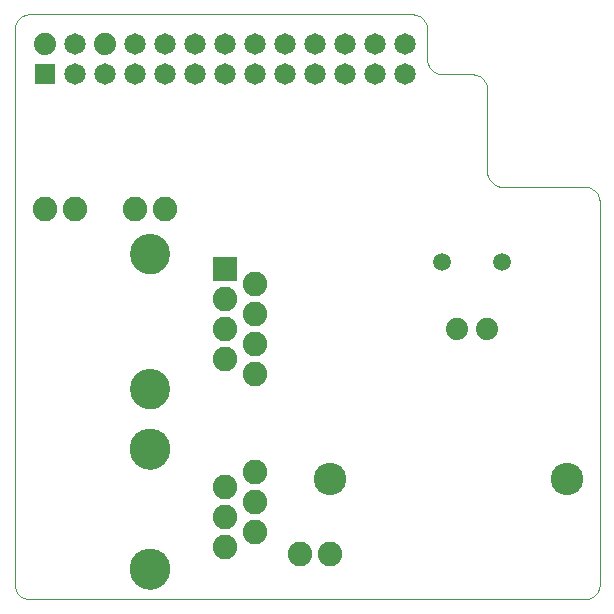
<source format=gts>
G75*
G70*
%OFA0B0*%
%FSLAX24Y24*%
%IPPOS*%
%LPD*%
%AMOC8*
5,1,8,0,0,1.08239X$1,22.5*
%
%ADD10C,0.0000*%
%ADD11R,0.0714X0.0714*%
%ADD12C,0.0740*%
%ADD13C,0.0714*%
%ADD14C,0.1080*%
%ADD15C,0.0820*%
%ADD16R,0.0820X0.0820*%
%ADD17C,0.1340*%
%ADD18C,0.1360*%
%ADD19C,0.0596*%
D10*
X002680Y002680D02*
X021180Y002680D01*
X021224Y002682D01*
X021267Y002688D01*
X021309Y002697D01*
X021351Y002710D01*
X021391Y002727D01*
X021430Y002747D01*
X021467Y002770D01*
X021501Y002797D01*
X021534Y002826D01*
X021563Y002859D01*
X021590Y002893D01*
X021613Y002930D01*
X021633Y002969D01*
X021650Y003009D01*
X021663Y003051D01*
X021672Y003093D01*
X021678Y003136D01*
X021680Y003180D01*
X021680Y015930D01*
X021678Y015974D01*
X021672Y016017D01*
X021663Y016059D01*
X021650Y016101D01*
X021633Y016141D01*
X021613Y016180D01*
X021590Y016217D01*
X021563Y016251D01*
X021534Y016284D01*
X021501Y016313D01*
X021467Y016340D01*
X021430Y016363D01*
X021391Y016383D01*
X021351Y016400D01*
X021309Y016413D01*
X021267Y016422D01*
X021224Y016428D01*
X021180Y016430D01*
X018430Y016430D01*
X018386Y016432D01*
X018343Y016438D01*
X018301Y016447D01*
X018259Y016460D01*
X018219Y016477D01*
X018180Y016497D01*
X018143Y016520D01*
X018109Y016547D01*
X018076Y016576D01*
X018047Y016609D01*
X018020Y016643D01*
X017997Y016680D01*
X017977Y016719D01*
X017960Y016759D01*
X017947Y016801D01*
X017938Y016843D01*
X017932Y016886D01*
X017930Y016930D01*
X017930Y019680D01*
X017928Y019724D01*
X017922Y019767D01*
X017913Y019809D01*
X017900Y019851D01*
X017883Y019891D01*
X017863Y019930D01*
X017840Y019967D01*
X017813Y020001D01*
X017784Y020034D01*
X017751Y020063D01*
X017717Y020090D01*
X017680Y020113D01*
X017641Y020133D01*
X017601Y020150D01*
X017559Y020163D01*
X017517Y020172D01*
X017474Y020178D01*
X017430Y020180D01*
X016430Y020180D01*
X016386Y020182D01*
X016343Y020188D01*
X016301Y020197D01*
X016259Y020210D01*
X016219Y020227D01*
X016180Y020247D01*
X016143Y020270D01*
X016109Y020297D01*
X016076Y020326D01*
X016047Y020359D01*
X016020Y020393D01*
X015997Y020430D01*
X015977Y020469D01*
X015960Y020509D01*
X015947Y020551D01*
X015938Y020593D01*
X015932Y020636D01*
X015930Y020680D01*
X015930Y021680D01*
X015928Y021724D01*
X015922Y021767D01*
X015913Y021809D01*
X015900Y021851D01*
X015883Y021891D01*
X015863Y021930D01*
X015840Y021967D01*
X015813Y022001D01*
X015784Y022034D01*
X015751Y022063D01*
X015717Y022090D01*
X015680Y022113D01*
X015641Y022133D01*
X015601Y022150D01*
X015559Y022163D01*
X015517Y022172D01*
X015474Y022178D01*
X015430Y022180D01*
X002680Y022180D01*
X002636Y022178D01*
X002593Y022172D01*
X002551Y022163D01*
X002509Y022150D01*
X002469Y022133D01*
X002430Y022113D01*
X002393Y022090D01*
X002359Y022063D01*
X002326Y022034D01*
X002297Y022001D01*
X002270Y021967D01*
X002247Y021930D01*
X002227Y021891D01*
X002210Y021851D01*
X002197Y021809D01*
X002188Y021767D01*
X002182Y021724D01*
X002180Y021680D01*
X002180Y003180D01*
X002182Y003136D01*
X002188Y003093D01*
X002197Y003051D01*
X002210Y003009D01*
X002227Y002969D01*
X002247Y002930D01*
X002270Y002893D01*
X002297Y002859D01*
X002326Y002826D01*
X002359Y002797D01*
X002393Y002770D01*
X002430Y002747D01*
X002469Y002727D01*
X002509Y002710D01*
X002551Y002697D01*
X002593Y002688D01*
X002636Y002682D01*
X002680Y002680D01*
X006040Y003680D02*
X006042Y003730D01*
X006048Y003780D01*
X006058Y003829D01*
X006071Y003878D01*
X006089Y003925D01*
X006110Y003971D01*
X006134Y004014D01*
X006162Y004056D01*
X006193Y004096D01*
X006227Y004133D01*
X006264Y004167D01*
X006304Y004198D01*
X006346Y004226D01*
X006389Y004250D01*
X006435Y004271D01*
X006482Y004289D01*
X006531Y004302D01*
X006580Y004312D01*
X006630Y004318D01*
X006680Y004320D01*
X006730Y004318D01*
X006780Y004312D01*
X006829Y004302D01*
X006878Y004289D01*
X006925Y004271D01*
X006971Y004250D01*
X007014Y004226D01*
X007056Y004198D01*
X007096Y004167D01*
X007133Y004133D01*
X007167Y004096D01*
X007198Y004056D01*
X007226Y004014D01*
X007250Y003971D01*
X007271Y003925D01*
X007289Y003878D01*
X007302Y003829D01*
X007312Y003780D01*
X007318Y003730D01*
X007320Y003680D01*
X007318Y003630D01*
X007312Y003580D01*
X007302Y003531D01*
X007289Y003482D01*
X007271Y003435D01*
X007250Y003389D01*
X007226Y003346D01*
X007198Y003304D01*
X007167Y003264D01*
X007133Y003227D01*
X007096Y003193D01*
X007056Y003162D01*
X007014Y003134D01*
X006971Y003110D01*
X006925Y003089D01*
X006878Y003071D01*
X006829Y003058D01*
X006780Y003048D01*
X006730Y003042D01*
X006680Y003040D01*
X006630Y003042D01*
X006580Y003048D01*
X006531Y003058D01*
X006482Y003071D01*
X006435Y003089D01*
X006389Y003110D01*
X006346Y003134D01*
X006304Y003162D01*
X006264Y003193D01*
X006227Y003227D01*
X006193Y003264D01*
X006162Y003304D01*
X006134Y003346D01*
X006110Y003389D01*
X006089Y003435D01*
X006071Y003482D01*
X006058Y003531D01*
X006048Y003580D01*
X006042Y003630D01*
X006040Y003680D01*
X006040Y007680D02*
X006042Y007730D01*
X006048Y007780D01*
X006058Y007829D01*
X006071Y007878D01*
X006089Y007925D01*
X006110Y007971D01*
X006134Y008014D01*
X006162Y008056D01*
X006193Y008096D01*
X006227Y008133D01*
X006264Y008167D01*
X006304Y008198D01*
X006346Y008226D01*
X006389Y008250D01*
X006435Y008271D01*
X006482Y008289D01*
X006531Y008302D01*
X006580Y008312D01*
X006630Y008318D01*
X006680Y008320D01*
X006730Y008318D01*
X006780Y008312D01*
X006829Y008302D01*
X006878Y008289D01*
X006925Y008271D01*
X006971Y008250D01*
X007014Y008226D01*
X007056Y008198D01*
X007096Y008167D01*
X007133Y008133D01*
X007167Y008096D01*
X007198Y008056D01*
X007226Y008014D01*
X007250Y007971D01*
X007271Y007925D01*
X007289Y007878D01*
X007302Y007829D01*
X007312Y007780D01*
X007318Y007730D01*
X007320Y007680D01*
X007318Y007630D01*
X007312Y007580D01*
X007302Y007531D01*
X007289Y007482D01*
X007271Y007435D01*
X007250Y007389D01*
X007226Y007346D01*
X007198Y007304D01*
X007167Y007264D01*
X007133Y007227D01*
X007096Y007193D01*
X007056Y007162D01*
X007014Y007134D01*
X006971Y007110D01*
X006925Y007089D01*
X006878Y007071D01*
X006829Y007058D01*
X006780Y007048D01*
X006730Y007042D01*
X006680Y007040D01*
X006630Y007042D01*
X006580Y007048D01*
X006531Y007058D01*
X006482Y007071D01*
X006435Y007089D01*
X006389Y007110D01*
X006346Y007134D01*
X006304Y007162D01*
X006264Y007193D01*
X006227Y007227D01*
X006193Y007264D01*
X006162Y007304D01*
X006134Y007346D01*
X006110Y007389D01*
X006089Y007435D01*
X006071Y007482D01*
X006058Y007531D01*
X006048Y007580D01*
X006042Y007630D01*
X006040Y007680D01*
X006050Y009680D02*
X006052Y009730D01*
X006058Y009780D01*
X006068Y009829D01*
X006082Y009877D01*
X006099Y009924D01*
X006120Y009969D01*
X006145Y010013D01*
X006173Y010054D01*
X006205Y010093D01*
X006239Y010130D01*
X006276Y010164D01*
X006316Y010194D01*
X006358Y010221D01*
X006402Y010245D01*
X006448Y010266D01*
X006495Y010282D01*
X006543Y010295D01*
X006593Y010304D01*
X006642Y010309D01*
X006693Y010310D01*
X006743Y010307D01*
X006792Y010300D01*
X006841Y010289D01*
X006889Y010274D01*
X006935Y010256D01*
X006980Y010234D01*
X007023Y010208D01*
X007064Y010179D01*
X007103Y010147D01*
X007139Y010112D01*
X007171Y010074D01*
X007201Y010034D01*
X007228Y009991D01*
X007251Y009947D01*
X007270Y009901D01*
X007286Y009853D01*
X007298Y009804D01*
X007306Y009755D01*
X007310Y009705D01*
X007310Y009655D01*
X007306Y009605D01*
X007298Y009556D01*
X007286Y009507D01*
X007270Y009459D01*
X007251Y009413D01*
X007228Y009369D01*
X007201Y009326D01*
X007171Y009286D01*
X007139Y009248D01*
X007103Y009213D01*
X007064Y009181D01*
X007023Y009152D01*
X006980Y009126D01*
X006935Y009104D01*
X006889Y009086D01*
X006841Y009071D01*
X006792Y009060D01*
X006743Y009053D01*
X006693Y009050D01*
X006642Y009051D01*
X006593Y009056D01*
X006543Y009065D01*
X006495Y009078D01*
X006448Y009094D01*
X006402Y009115D01*
X006358Y009139D01*
X006316Y009166D01*
X006276Y009196D01*
X006239Y009230D01*
X006205Y009267D01*
X006173Y009306D01*
X006145Y009347D01*
X006120Y009391D01*
X006099Y009436D01*
X006082Y009483D01*
X006068Y009531D01*
X006058Y009580D01*
X006052Y009630D01*
X006050Y009680D01*
X006050Y014180D02*
X006052Y014230D01*
X006058Y014280D01*
X006068Y014329D01*
X006082Y014377D01*
X006099Y014424D01*
X006120Y014469D01*
X006145Y014513D01*
X006173Y014554D01*
X006205Y014593D01*
X006239Y014630D01*
X006276Y014664D01*
X006316Y014694D01*
X006358Y014721D01*
X006402Y014745D01*
X006448Y014766D01*
X006495Y014782D01*
X006543Y014795D01*
X006593Y014804D01*
X006642Y014809D01*
X006693Y014810D01*
X006743Y014807D01*
X006792Y014800D01*
X006841Y014789D01*
X006889Y014774D01*
X006935Y014756D01*
X006980Y014734D01*
X007023Y014708D01*
X007064Y014679D01*
X007103Y014647D01*
X007139Y014612D01*
X007171Y014574D01*
X007201Y014534D01*
X007228Y014491D01*
X007251Y014447D01*
X007270Y014401D01*
X007286Y014353D01*
X007298Y014304D01*
X007306Y014255D01*
X007310Y014205D01*
X007310Y014155D01*
X007306Y014105D01*
X007298Y014056D01*
X007286Y014007D01*
X007270Y013959D01*
X007251Y013913D01*
X007228Y013869D01*
X007201Y013826D01*
X007171Y013786D01*
X007139Y013748D01*
X007103Y013713D01*
X007064Y013681D01*
X007023Y013652D01*
X006980Y013626D01*
X006935Y013604D01*
X006889Y013586D01*
X006841Y013571D01*
X006792Y013560D01*
X006743Y013553D01*
X006693Y013550D01*
X006642Y013551D01*
X006593Y013556D01*
X006543Y013565D01*
X006495Y013578D01*
X006448Y013594D01*
X006402Y013615D01*
X006358Y013639D01*
X006316Y013666D01*
X006276Y013696D01*
X006239Y013730D01*
X006205Y013767D01*
X006173Y013806D01*
X006145Y013847D01*
X006120Y013891D01*
X006099Y013936D01*
X006082Y013983D01*
X006068Y014031D01*
X006058Y014080D01*
X006052Y014130D01*
X006050Y014180D01*
D11*
X003180Y020180D03*
D12*
X003180Y021180D03*
X005180Y021180D03*
X016930Y011680D03*
X017930Y011680D03*
D13*
X015180Y020180D03*
X015180Y021180D03*
X014180Y021180D03*
X014180Y020180D03*
X013180Y020180D03*
X013180Y021180D03*
X012180Y021180D03*
X012180Y020180D03*
X011180Y020180D03*
X011180Y021180D03*
X010180Y021180D03*
X010180Y020180D03*
X009180Y020180D03*
X009180Y021180D03*
X008180Y021180D03*
X008180Y020180D03*
X007180Y020180D03*
X007180Y021180D03*
X006180Y021180D03*
X006180Y020180D03*
X005180Y020180D03*
X004180Y020180D03*
X004180Y021180D03*
D14*
X012706Y006680D03*
X020580Y006680D03*
D15*
X012680Y004180D03*
X011680Y004180D03*
X010180Y004930D03*
X010180Y005930D03*
X010180Y006930D03*
X009180Y006430D03*
X009180Y005430D03*
X009180Y004430D03*
X010180Y010180D03*
X010180Y011180D03*
X009180Y010680D03*
X009180Y011680D03*
X010180Y012180D03*
X010180Y013180D03*
X009180Y012680D03*
X007180Y015680D03*
X006180Y015680D03*
X004180Y015680D03*
X003180Y015680D03*
D16*
X009180Y013680D03*
D17*
X006680Y014180D03*
X006680Y009680D03*
D18*
X006680Y007680D03*
X006680Y003680D03*
D19*
X016430Y013930D03*
X018430Y013930D03*
M02*

</source>
